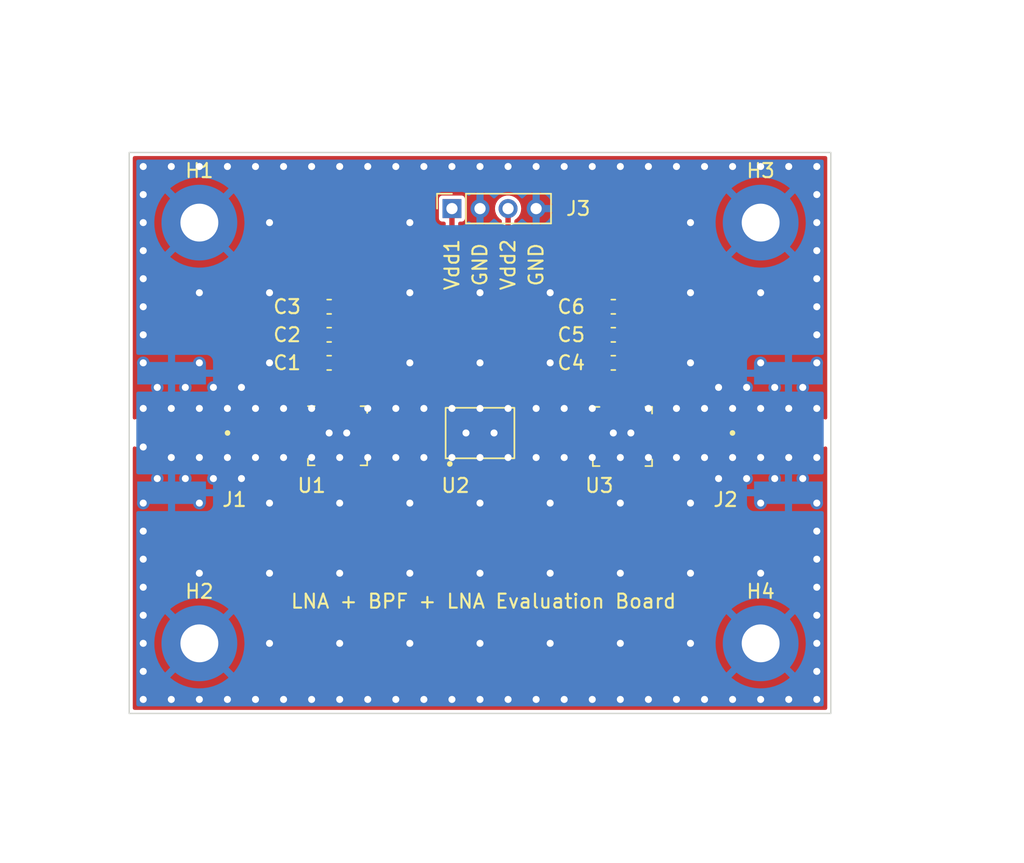
<source format=kicad_pcb>
(kicad_pcb (version 20211014) (generator pcbnew)
  (layers (0 "F.Cu" signal) (31 "B.Cu" signal) (34 "B.Paste" user) (35 "F.Paste" user) (36 "B.SilkS" user "B.Silkscreen") (37 "F.SilkS" user "F.Silkscreen") (38 "B.Mask" user) (39 "F.Mask" user) (44 "Edge.Cuts" user))
  (net 0 "")
  (net 1 "VDD")
  (net 2 "GND")
  (net 3 "/RF_In")
  (net 4 "/RF_Out")
  (net 16 "Net-(U1-Pad16)")
  (net 23 "Net-(U2-Pad2)")
  (footprint "GGS_Connectors:LINX_CONSMA020.062-G" (layer "F.Cu") (at 119.5675 95 -90)
    (fp_text reference "J1" (at 4.75 -6.9325 180) (layer "F.SilkS") (effects (font (thickness 0.1524))))
    (fp_text value "SMA")
    (fp_circle (center 0 -6.44) (end 0.1 -6.44) (layer "F.SilkS") (width 0.2) (fill none))
    (pad "1" smd rect (at 0 -2.8 270) (size 1.5 5.6) (layers "F.Cu" "F.Paste" "F.Mask") (net 3 "/RF_In"))
    (pad "S1" smd rect (at -4.26 -2.45 270) (size 1.6 4.9) (layers "F.Cu" "F.Paste" "F.Mask") (net 2 "GND"))
    (pad "S2" smd rect (at 4.26 -2.45 270) (size 1.6 4.9) (layers "F.Cu" "F.Paste" "F.Mask") (net 2 "GND"))
    (pad "S3" smd rect (at -4.26 -2.45 270) (size 1.6 4.9) (layers "B.Cu" "B.Paste" "B.Mask") (net 2 "GND"))
    (pad "S4" smd rect (at 4.26 -2.45 270) (size 1.6 4.9) (layers "B.Cu" "B.Paste" "B.Mask") (net 2 "GND"))
  )
  (footprint "Capacitor_SMD:C_0603_1608Metric" (layer "F.Cu") (at 133.25 90 180)
    (fp_text reference "C1" (at 3 0) (layer "F.SilkS"))
    (fp_text value "100 pF")
    (fp_line (start -0.14058 0.51) (end 0.14058 0.51) (layer "F.SilkS") (width 0.12))
    (fp_line (start -0.14058 -0.51) (end 0.14058 -0.51) (layer "F.SilkS") (width 0.12))
    (pad "1" smd roundrect (at -0.775 0 180) (size 0.9 0.95) (layers "F.Cu" "F.Paste" "F.Mask") (net 1 "VDD"))
    (pad "2" smd roundrect (at 0.775 0 180) (size 0.9 0.95) (layers "F.Cu" "F.Paste" "F.Mask") (net 2 "GND"))
  )
  (footprint "MountingHole:MountingHole_2.7mm_M2.5_Pad" (layer "F.Cu") (at 164 80)
    (fp_text reference "H3" (at 0 -3.7) (layer "F.SilkS"))
    (fp_text value "M2.5")
    (pad "1" thru_hole circle (at 0 0) (size 5.4 5.4) (drill 2.7) (layers *.Cu *.Mask) (net 2 "GND"))
  )
  (footprint "MountingHole:MountingHole_2.7mm_M2.5_Pad" (layer "F.Cu") (at 124 110)
    (fp_text reference "H2" (at 0 -3.7) (layer "F.SilkS"))
    (fp_text value "M2.5")
    (pad "1" thru_hole circle (at 0 0) (size 5.4 5.4) (drill 2.7) (layers *.Cu *.Mask) (net 2 "GND"))
  )
  (footprint "MountingHole:MountingHole_2.7mm_M2.5_Pad" (layer "F.Cu") (at 124 80)
    (fp_text reference "H1" (at 0 -3.7) (layer "F.SilkS"))
    (fp_text value "M2.5")
    (pad "1" thru_hole circle (at 0 0) (size 5.4 5.4) (drill 2.7) (layers *.Cu *.Mask) (net 2 "GND"))
  )
  (footprint "GGS_Connectors:LINX_CONSMA020.062-G" (layer "F.Cu") (at 168.4325 95 90)
    (fp_text reference "J2" (at -4.75 -6.9325 180) (layer "F.SilkS") (effects (font (thickness 0.1524))))
    (fp_text value "SMA")
    (fp_circle (center 0 -6.44) (end 0.1 -6.44) (layer "F.SilkS") (width 0.2) (fill none))
    (pad "1" smd rect (at 0 -2.8 90) (size 1.5 5.6) (layers "F.Cu" "F.Paste" "F.Mask") (net 4 "/RF_Out"))
    (pad "S1" smd rect (at -4.26 -2.45 90) (size 1.6 4.9) (layers "F.Cu" "F.Paste" "F.Mask") (net 2 "GND"))
    (pad "S2" smd rect (at 4.26 -2.45 90) (size 1.6 4.9) (layers "F.Cu" "F.Paste" "F.Mask") (net 2 "GND"))
    (pad "S3" smd rect (at -4.26 -2.45 90) (size 1.6 4.9) (layers "B.Cu" "B.Paste" "B.Mask") (net 2 "GND"))
    (pad "S4" smd rect (at 4.26 -2.45 90) (size 1.6 4.9) (layers "B.Cu" "B.Paste" "B.Mask") (net 2 "GND"))
  )
  (footprint "Connector_PinSocket_2.00mm:PinSocket_1x04_P2.00mm_Vertical" (layer "F.Cu") (at 142 79 90)
    (fp_text reference "J3" (at 0 9 180) (layer "F.SilkS"))
    (fp_text value "Conn_01x04")
    (fp_line (start -1.06 1) (end -1.06 7.06) (layer "F.SilkS") (width 0.12))
    (fp_line (start 0 -1.06) (end 1.06 -1.06) (layer "F.SilkS") (width 0.12))
    (fp_line (start 1.06 1) (end 1.06 7.06) (layer "F.SilkS") (width 0.12))
    (fp_line (start 1.06 -1.06) (end 1.06 0) (layer "F.SilkS") (width 0.12))
    (fp_line (start -1.06 1) (end 1.06 1) (layer "F.SilkS") (width 0.12))
    (fp_line (start -1.06 7.06) (end 1.06 7.06) (layer "F.SilkS") (width 0.12))
    (pad "1" thru_hole rect (at 0 0 90) (size 1.35 1.35) (drill 0.8) (layers *.Cu *.Mask) (net 1 "VDD"))
    (pad "2" thru_hole oval (at 0 2 90) (size 1.35 1.35) (drill 0.8) (layers *.Cu *.Mask) (net 2 "GND"))
    (pad "3" thru_hole oval (at 0 4 90) (size 1.35 1.35) (drill 0.8) (layers *.Cu *.Mask) (net 1 "VDD"))
    (pad "4" thru_hole oval (at 0 6 90) (size 1.35 1.35) (drill 0.8) (layers *.Cu *.Mask) (net 2 "GND"))
  )
  (footprint "Capacitor_SMD:C_0603_1608Metric" (layer "F.Cu") (at 153.5 90 180)
    (fp_text reference "C4" (at 3 0) (layer "F.SilkS"))
    (fp_text value "100 pF")
    (fp_line (start -0.14058 0.51) (end 0.14058 0.51) (layer "F.SilkS") (width 0.12))
    (fp_line (start -0.14058 -0.51) (end 0.14058 -0.51) (layer "F.SilkS") (width 0.12))
    (pad "1" smd roundrect (at -0.775 0 180) (size 0.9 0.95) (layers "F.Cu" "F.Paste" "F.Mask") (net 1 "VDD"))
    (pad "2" smd roundrect (at 0.775 0 180) (size 0.9 0.95) (layers "F.Cu" "F.Paste" "F.Mask") (net 2 "GND"))
  )
  (footprint "Capacitor_SMD:C_0603_1608Metric" (layer "F.Cu") (at 153.5 86 180)
    (fp_text reference "C6" (at 3 0) (layer "F.SilkS"))
    (fp_text value "2.2 uF")
    (fp_line (start -0.14058 -0.51) (end 0.14058 -0.51) (layer "F.SilkS") (width 0.12))
    (fp_line (start -0.14058 0.51) (end 0.14058 0.51) (layer "F.SilkS") (width 0.12))
    (pad "1" smd roundrect (at -0.775 0 180) (size 0.9 0.95) (layers "F.Cu" "F.Paste" "F.Mask") (net 1 "VDD"))
    (pad "2" smd roundrect (at 0.775 0 180) (size 0.9 0.95) (layers "F.Cu" "F.Paste" "F.Mask") (net 2 "GND"))
  )
  (footprint "MountingHole:MountingHole_2.7mm_M2.5_Pad" (layer "F.Cu") (at 164 110)
    (fp_text reference "H4" (at 0 -3.7) (layer "F.SilkS"))
    (fp_text value "M2.5")
    (pad "1" thru_hole circle (at 0 0) (size 5.4 5.4) (drill 2.7) (layers *.Cu *.Mask) (net 2 "GND"))
  )
  (footprint "Capacitor_SMD:C_0603_1608Metric" (layer "F.Cu") (at 133.25 86 180)
    (fp_text reference "C3" (at 3 -0.000007) (layer "F.SilkS") (effects (font (thickness 0.1524))))
    (fp_text value "2.2 uF")
    (fp_line (start -0.14058 -0.51) (end 0.14058 -0.51) (layer "F.SilkS") (width 0.12))
    (fp_line (start -0.14058 0.51) (end 0.14058 0.51) (layer "F.SilkS") (width 0.12))
    (pad "1" smd roundrect (at -0.775 0 180) (size 0.9 0.95) (layers "F.Cu" "F.Paste" "F.Mask") (net 1 "VDD"))
    (pad "2" smd roundrect (at 0.775 0 180) (size 0.9 0.95) (layers "F.Cu" "F.Paste" "F.Mask") (net 2 "GND"))
  )
  (footprint "Capacitor_SMD:C_0603_1608Metric" (layer "F.Cu") (at 153.5 88 180)
    (fp_text reference "C5" (at 3 0) (layer "F.SilkS"))
    (fp_text value "1 nF")
    (fp_line (start -0.14058 0.51) (end 0.14058 0.51) (layer "F.SilkS") (width 0.12))
    (fp_line (start -0.14058 -0.51) (end 0.14058 -0.51) (layer "F.SilkS") (width 0.12))
    (pad "1" smd roundrect (at -0.775 0 180) (size 0.9 0.95) (layers "F.Cu" "F.Paste" "F.Mask") (net 1 "VDD"))
    (pad "2" smd roundrect (at 0.775 0 180) (size 0.9 0.95) (layers "F.Cu" "F.Paste" "F.Mask") (net 2 "GND"))
  )
  (footprint "Package_DFN_QFN:QFN-24-1EP_4x4mm_P0.5mm_EP2.6x2.6mm" (layer "F.Cu") (at 154.151238 95.249999)
    (fp_text reference "U3" (at -1.651238 3.500001) (layer "F.SilkS") (effects (font (thickness 0.1524))))
    (fp_text value "HMC342")
    (fp_line (start 2.11 -2.11) (end 2.11 -1.635) (layer "F.SilkS") (width 0.12))
    (fp_line (start -1.635 2.11) (end -2.11 2.11) (layer "F.SilkS") (width 0.12))
    (fp_line (start 2.11 2.11) (end 2.11 1.635) (layer "F.SilkS") (width 0.12))
    (fp_line (start -2.11 2.11) (end -2.11 1.635) (layer "F.SilkS") (width 0.12))
    (fp_line (start 1.635 -2.11) (end 2.11 -2.11) (layer "F.SilkS") (width 0.12))
    (fp_line (start -1.635 -2.11) (end -2.11 -2.11) (layer "F.SilkS") (width 0.12))
    (fp_line (start 1.635 2.11) (end 2.11 2.11) (layer "F.SilkS") (width 0.12))
    (pad "1" smd roundrect (at -1.9375 -1.25) (size 0.825 0.25) (layers "F.Cu" "F.Paste" "F.Mask"))
    (pad "2" smd roundrect (at -1.9375 -0.75) (size 0.825 0.25) (layers "F.Cu" "F.Paste" "F.Mask") (net 2 "GND"))
    (pad "3" smd roundrect (at -1.9375 -0.25) (size 0.825 0.25) (layers "F.Cu" "F.Paste" "F.Mask") (net 23 "Net-(U2-Pad2)"))
    (pad "4" smd roundrect (at -1.9375 0.25) (size 0.825 0.25) (layers "F.Cu" "F.Paste" "F.Mask") (net 2 "GND"))
    (pad "5" smd roundrect (at -1.9375 0.75) (size 0.825 0.25) (layers "F.Cu" "F.Paste" "F.Mask"))
    (pad "6" smd roundrect (at -1.9375 1.25) (size 0.825 0.25) (layers "F.Cu" "F.Paste" "F.Mask"))
    (pad "7" smd roundrect (at -1.25 1.9375) (size 0.25 0.825) (layers "F.Cu" "F.Paste" "F.Mask"))
    (pad "8" smd roundrect (at -0.75 1.9375) (size 0.25 0.825) (layers "F.Cu" "F.Paste" "F.Mask"))
    (pad "9" smd roundrect (at -0.25 1.9375) (size 0.25 0.825) (layers "F.Cu" "F.Paste" "F.Mask"))
    (pad "10" smd roundrect (at 0.25 1.9375) (size 0.25 0.825) (layers "F.Cu" "F.Paste" "F.Mask"))
    (pad "11" smd roundrect (at 0.75 1.9375) (size 0.25 0.825) (layers "F.Cu" "F.Paste" "F.Mask"))
    (pad "12" smd roundrect (at 1.25 1.9375) (size 0.25 0.825) (layers "F.Cu" "F.Paste" "F.Mask"))
    (pad "13" smd roundrect (at 1.9375 1.25) (size 0.825 0.25) (layers "F.Cu" "F.Paste" "F.Mask"))
    (pad "14" smd roundrect (at 1.9375 0.75) (size 0.825 0.25) (layers "F.Cu" "F.Paste" "F.Mask"))
    (pad "15" smd roundrect (at 1.9375 0.25) (size 0.825 0.25) (layers "F.Cu" "F.Paste" "F.Mask") (net 2 "GND"))
    (pad "16" smd roundrect (at 1.9375 -0.25) (size 0.825 0.25) (layers "F.Cu" "F.Paste" "F.Mask") (net 4 "/RF_Out"))
    (pad "17" smd roundrect (at 1.9375 -0.75) (size 0.825 0.25) (layers "F.Cu" "F.Paste" "F.Mask") (net 2 "GND"))
    (pad "18" smd roundrect (at 1.9375 -1.25) (size 0.825 0.25) (layers "F.Cu" "F.Paste" "F.Mask"))
    (pad "19" smd roundrect (at 1.25 -1.9375) (size 0.25 0.825) (layers "F.Cu" "F.Paste" "F.Mask"))
    (pad "20" smd roundrect (at 0.75 -1.9375) (size 0.25 0.825) (layers "F.Cu" "F.Paste" "F.Mask"))
    (pad "21" smd roundrect (at 0.25 -1.9375) (size 0.25 0.825) (layers "F.Cu" "F.Paste" "F.Mask") (net 1 "VDD"))
    (pad "22" smd roundrect (at -0.25 -1.9375) (size 0.25 0.825) (layers "F.Cu" "F.Paste" "F.Mask"))
    (pad "23" smd roundrect (at -0.75 -1.9375) (size 0.25 0.825) (layers "F.Cu" "F.Paste" "F.Mask"))
    (pad "24" smd roundrect (at -1.25 -1.9375) (size 0.25 0.825) (layers "F.Cu" "F.Paste" "F.Mask"))
    (pad "25" smd rect (at 0 0) (size 2.6 2.6) (layers "F.Cu" "F.Mask") (net 2 "GND"))
  )
  (footprint "Capacitor_SMD:C_0603_1608Metric" (layer "F.Cu") (at 133.25 88 180)
    (fp_text reference "C2" (at 3 0) (layer "F.SilkS"))
    (fp_text value "1 nF")
    (fp_line (start -0.14058 0.51) (end 0.14058 0.51) (layer "F.SilkS") (width 0.12))
    (fp_line (start -0.14058 -0.51) (end 0.14058 -0.51) (layer "F.SilkS") (width 0.12))
    (pad "1" smd roundrect (at -0.775 0 180) (size 0.9 0.95) (layers "F.Cu" "F.Paste" "F.Mask") (net 1 "VDD"))
    (pad "2" smd roundrect (at 0.775 0 180) (size 0.9 0.95) (layers "F.Cu" "F.Paste" "F.Mask") (net 2 "GND"))
  )
  (footprint "Package_DFN_QFN:QFN-24-1EP_4x4mm_P0.5mm_EP2.6x2.6mm" (layer "F.Cu") (at 133.848751 95.199999)
    (fp_text reference "U1" (at -1.848751 3.550001) (layer "F.SilkS") (effects (font (thickness 0.1524))))
    (fp_text value "HMC342")
    (fp_line (start -1.635 2.11) (end -2.11 2.11) (layer "F.SilkS") (width 0.12))
    (fp_line (start -1.635 -2.11) (end -2.11 -2.11) (layer "F.SilkS") (width 0.12))
    (fp_line (start 1.635 -2.11) (end 2.11 -2.11) (layer "F.SilkS") (width 0.12))
    (fp_line (start 2.11 2.11) (end 2.11 1.635) (layer "F.SilkS") (width 0.12))
    (fp_line (start -2.11 2.11) (end -2.11 1.635) (layer "F.SilkS") (width 0.12))
    (fp_line (start 1.635 2.11) (end 2.11 2.11) (layer "F.SilkS") (width 0.12))
    (fp_line (start 2.11 -2.11) (end 2.11 -1.635) (layer "F.SilkS") (width 0.12))
    (pad "1" smd roundrect (at -1.9375 -1.25) (size 0.825 0.25) (layers "F.Cu" "F.Paste" "F.Mask"))
    (pad "2" smd roundrect (at -1.9375 -0.75) (size 0.825 0.25) (layers "F.Cu" "F.Paste" "F.Mask") (net 2 "GND"))
    (pad "3" smd roundrect (at -1.9375 -0.25) (size 0.825 0.25) (layers "F.Cu" "F.Paste" "F.Mask") (net 3 "/RF_In"))
    (pad "4" smd roundrect (at -1.9375 0.25) (size 0.825 0.25) (layers "F.Cu" "F.Paste" "F.Mask") (net 2 "GND"))
    (pad "5" smd roundrect (at -1.9375 0.75) (size 0.825 0.25) (layers "F.Cu" "F.Paste" "F.Mask"))
    (pad "6" smd roundrect (at -1.9375 1.25) (size 0.825 0.25) (layers "F.Cu" "F.Paste" "F.Mask"))
    (pad "7" smd roundrect (at -1.25 1.9375) (size 0.25 0.825) (layers "F.Cu" "F.Paste" "F.Mask"))
    (pad "8" smd roundrect (at -0.75 1.9375) (size 0.25 0.825) (layers "F.Cu" "F.Paste" "F.Mask"))
    (pad "9" smd roundrect (at -0.25 1.9375) (size 0.25 0.825) (layers "F.Cu" "F.Paste" "F.Mask"))
    (pad "10" smd roundrect (at 0.25 1.9375) (size 0.25 0.825) (layers "F.Cu" "F.Paste" "F.Mask"))
    (pad "11" smd roundrect (at 0.75 1.9375) (size 0.25 0.825) (layers "F.Cu" "F.Paste" "F.Mask"))
    (pad "12" smd roundrect (at 1.25 1.9375) (size 0.25 0.825) (layers "F.Cu" "F.Paste" "F.Mask"))
    (pad "13" smd roundrect (at 1.9375 1.25) (size 0.825 0.25) (layers "F.Cu" "F.Paste" "F.Mask"))
    (pad "14" smd roundrect (at 1.9375 0.75) (size 0.825 0.25) (layers "F.Cu" "F.Paste" "F.Mask"))
    (pad "15" smd roundrect (at 1.9375 0.25) (size 0.825 0.25) (layers "F.Cu" "F.Paste" "F.Mask") (net 2 "GND"))
    (pad "16" smd roundrect (at 1.9375 -0.25) (size 0.825 0.25) (layers "F.Cu" "F.Paste" "F.Mask") (net 16 "Net-(U1-Pad16)"))
    (pad "17" smd roundrect (at 1.9375 -0.75) (size 0.825 0.25) (layers "F.Cu" "F.Paste" "F.Mask") (net 2 "GND"))
    (pad "18" smd roundrect (at 1.9375 -1.25) (size 0.825 0.25) (layers "F.Cu" "F.Paste" "F.Mask"))
    (pad "19" smd roundrect (at 1.25 -1.9375) (size 0.25 0.825) (layers "F.Cu" "F.Paste" "F.Mask"))
    (pad "20" smd roundrect (at 0.75 -1.9375) (size 0.25 0.825) (layers "F.Cu" "F.Paste" "F.Mask"))
    (pad "21" smd roundrect (at 0.25 -1.9375) (size 0.25 0.825) (layers "F.Cu" "F.Paste" "F.Mask") (net 1 "VDD"))
    (pad "22" smd roundrect (at -0.25 -1.9375) (size 0.25 0.825) (layers "F.Cu" "F.Paste" "F.Mask"))
    (pad "23" smd roundrect (at -0.75 -1.9375) (size 0.25 0.825) (layers "F.Cu" "F.Paste" "F.Mask"))
    (pad "24" smd roundrect (at -1.25 -1.9375) (size 0.25 0.825) (layers "F.Cu" "F.Paste" "F.Mask"))
    (pad "25" smd rect (at 0 0) (size 2.6 2.6) (layers "F.Cu" "F.Mask") (net 2 "GND"))
  )
  (footprint "GGS_RF:NM1812C-2" (layer "F.Cu") (at 141.75 98.605001)
    (fp_text reference "U2" (at 0.5 0.144999 unlocked) (layer "F.SilkS") (effects (font (thickness 0.1524))))
    (fp_text value "BFHK-2582+")
    (fp_poly (pts (xy 4.5 -3.9) (xy 3.89 -3.9) (xy 3.89 -3.3) (xy 4.5 -3.3) (xy 4.5 -2) (xy 0 -2) (xy 0 -3.3) (xy 0.61 -3.3) (xy 0.61 -3.9) (xy 0 -3.9) (xy 0 -5.2) (xy 4.5 -5.2)) (layer "F.Cu") (width 0.12) (fill solid))
    (fp_rect (start -0.2 -1.8) (end 4.7 -5.4) (layer "F.SilkS") (width 0.12) (fill none))
    (fp_circle (center 0.1 -1.4) (end 0.241421 -1.4) (layer "F.SilkS") (width 0.12) (fill solid))
    (pad "1" smd rect (at 0.1 -3.6) (size 0.35 0.18) (layers "F.Cu" "F.Paste" "F.Mask") (net 16 "Net-(U1-Pad16)"))
    (pad "2" smd rect (at 4.4 -3.6) (size 0.35 0.18) (layers "F.Cu" "F.Paste" "F.Mask") (net 23 "Net-(U2-Pad2)"))
    (pad "3" smd roundrect (at 2.2 -3.6) (size 0.35 0.18) (layers "F.Cu" "F.Paste" "F.Mask") (net 2 "GND"))
  )
  (gr_rect (start 119 115) (end 169 75) (layer "Edge.Cuts") (width 0.1) (fill none))
  (gr_text "GND" (at 144.000001 82.999988 90) (layer "F.SilkS") (effects (font (size 1 1))))
  (gr_text "GND" (at 147.999993 82.999988 90) (layer "F.SilkS") (effects (font (size 1 1))))
  (gr_text "LNA + BPF + LNA Evaluation Board" (at 144.25 107) (layer "F.SilkS") (effects (font (size 1 1))))
  (gr_text "Vdd2" (at 145.999997 82.999988 90) (layer "F.SilkS") (effects (font (size 1 1))))
  (gr_text "Vdd1" (at 142 83 90) (layer "F.SilkS") (effects (font (size 1 1))))
  (segment (start 146 82) (end 146 79) (width 0.381) (layer "F.Cu") (net 1))
  (segment (start 141 83) (end 136 83) (width 0.381) (layer "F.Cu") (net 1))
  (segment (start 142 82) (end 141 83) (width 0.381) (layer "F.Cu") (net 1))
  (segment (start 134.098751 84.901249) (end 134.098751 93.262499) (width 0.381) (layer "F.Cu") (net 1))
  (segment (start 154.401238 84.401238) (end 153 83) (width 0.381) (layer "F.Cu") (net 1))
  (segment (start 154.401238 93.312499) (end 154.401238 84.401238) (width 0.381) (layer "F.Cu") (net 1))
  (segment (start 153 83) (end 147 83) (width 0.381) (layer "F.Cu") (net 1))
  (segment (start 147 83) (end 146 82) (width 0.381) (layer "F.Cu") (net 1))
  (segment (start 136 83) (end 134.098751 84.901249) (width 0.381) (layer "F.Cu") (net 1))
  (segment (start 142 79) (end 142 82) (width 0.381) (layer "F.Cu") (net 1))
  (segment (start 143.944999 95) (end 143.95 95.005001) (width 0.381) (layer "F.Cu") (net 2))
  (segment (start 143 95) (end 143.944999 95) (width 0.381) (layer "F.Cu") (net 2))
  (via (at 144 96.75) (size 0.9) (drill 0.5) (layers "F.Cu" "B.Cu") (net 2))
  (via (at 168 110) (size 0.9) (drill 0.5) (layers "F.Cu" "B.Cu") (net 2))
  (via (at 129 105) (size 0.9) (drill 0.5) (layers "F.Cu" "B.Cu") (net 2))
  (via (at 144 110) (size 0.9) (drill 0.5) (layers "F.Cu" "B.Cu") (net 2))
  (via (at 166 114) (size 0.9) (drill 0.5) (layers "F.Cu" "B.Cu") (net 2))
  (via (at 136 93.25) (size 0.9) (drill 0.5) (layers "F.Cu" "B.Cu") (net 2))
  (via (at 166 96.75) (size 0.9) (drill 0.5) (layers "F.Cu" "B.Cu") (net 2))
  (via (at 134 100) (size 0.9) (drill 0.5) (layers "F.Cu" "B.Cu") (net 2))
  (via (at 164 105) (size 0.9) (drill 0.5) (layers "F.Cu" "B.Cu") (net 2))
  (via (at 159 85) (size 0.9) (drill 0.5) (layers "F.Cu" "B.Cu") (net 2))
  (via (at 144 90) (size 0.9) (drill 0.5) (layers "F.Cu" "B.Cu") (net 2))
  (via (at 162 93.25) (size 0.9) (drill 0.5) (layers "F.Cu" "B.Cu") (net 2))
  (via (at 126 93.25) (size 0.9) (drill 0.5) (layers "F.Cu" "B.Cu") (net 2))
  (via (at 166 93.25) (size 0.9) (drill 0.5) (layers "F.Cu" "B.Cu") (net 2))
  (via (at 130 96.75) (size 0.9) (drill 0.5) (layers "F.Cu" "B.Cu") (net 2))
  (via (at 144 100) (size 0.9) (drill 0.5) (layers "F.Cu" "B.Cu") (net 2))
  (via (at 120 104) (size 0.9) (drill 0.5) (layers "F.Cu" "B.Cu") (net 2))
  (via (at 152 114) (size 0.9) (drill 0.5) (layers "F.Cu" "B.Cu") (net 2))
  (via (at 139 100) (size 0.9) (drill 0.5) (layers "F.Cu" "B.Cu") (net 2))
  (via (at 132 96.75) (size 0.9) (drill 0.5) (layers "F.Cu" "B.Cu") (net 2))
  (via (at 156 93.25) (size 0.9) (drill 0.5) (layers "F.Cu" "B.Cu") (net 2))
  (via (at 154 114) (size 0.9) (drill 0.5) (layers "F.Cu" "B.Cu") (net 2))
  (via (at 150 114) (size 0.9) (drill 0.5) (layers "F.Cu" "B.Cu") (net 2))
  (via (at 144 76) (size 0.9) (drill 0.5) (layers "F.Cu" "B.Cu") (net 2))
  (via (at 168 78) (size 0.9) (drill 0.5) (layers "F.Cu" "B.Cu") (net 2))
  (via (at 136 96.75) (size 0.9) (drill 0.5) (layers "F.Cu" "B.Cu") (net 2))
  (via (at 160 96.75) (size 0.9) (drill 0.5) (layers "F.Cu" "B.Cu") (net 2))
  (via (at 142 93.25) (size 0.9) (drill 0.5) (layers "F.Cu" "B.Cu") (net 2))
  (via (at 120 86) (size 0.9) (drill 0.5) (layers "F.Cu" "B.Cu") (net 2))
  (via (at 125 98.25) (size 0.9) (drill 0.5) (layers "F.Cu" "B.Cu") (net 2))
  (via (at 134 110) (size 0.9) (drill 0.5) (layers "F.Cu" "B.Cu") (net 2))
  (via (at 124 90) (size 0.9) (drill 0.5) (layers "F.Cu" "B.Cu") (net 2))
  (via (at 134 76) (size 0.9) (drill 0.5) (layers "F.Cu" "B.Cu") (net 2))
  (via (at 167 91.75) (size 0.9) (drill 0.5) (layers "F.Cu" "B.Cu") (net 2))
  (via (at 162 76) (size 0.9) (drill 0.5) (layers "F.Cu" "B.Cu") (net 2))
  (via (at 138 96.75) (size 0.9) (drill 0.5) (layers "F.Cu" "B.Cu") (net 2))
  (via (at 139 110) (size 0.9) (drill 0.5) (layers "F.Cu" "B.Cu") (net 2))
  (via (at 140 114) (size 0.9) (drill 0.5) (layers "F.Cu" "B.Cu") (net 2))
  (via (at 168 84) (size 0.9) (drill 0.5) (layers "F.Cu" "B.Cu") (net 2))
  (via (at 154.75 95) (size 0.9) (drill 0.5) (layers "F.Cu" "B.Cu") (net 2))
  (via (at 129 90) (size 0.9) (drill 0.5) (layers "F.Cu" "B.Cu") (net 2))
  (via (at 144 114) (size 0.9) (drill 0.5) (layers "F.Cu" "B.Cu") (net 2))
  (via (at 120 93.25) (size 0.9) (drill 0.5) (layers "F.Cu" "B.Cu") (net 2))
  (via (at 121 91.75) (size 0.9) (drill 0.5) (layers "F.Cu" "B.Cu") (net 2))
  (via (at 168 102) (size 0.9) (drill 0.5) (layers "F.Cu" "B.Cu") (net 2))
  (via (at 168 106) (size 0.9) (drill 0.5) (layers "F.Cu" "B.Cu") (net 2))
  (via (at 148 114) (size 0.9) (drill 0.5) (layers "F.Cu" "B.Cu") (net 2))
  (via (at 165 91.75) (size 0.9) (drill 0.5) (layers "F.Cu" "B.Cu") (net 2))
  (via (at 120 110) (size 0.9) (drill 0.5) (layers "F.Cu" "B.Cu") (net 2))
  (via (at 168 90) (size 0.9) (drill 0.5) (layers "F.Cu" "B.Cu") (net 2))
  (via (at 166 76) (size 0.9) (drill 0.5) (layers "F.Cu" "B.Cu") (net 2))
  (via (at 126 114) (size 0.9) (drill 0.5) (layers "F.Cu" "B.Cu") (net 2))
  (via (at 124 85) (size 0.9) (drill 0.5) (layers "F.Cu" "B.Cu") (net 2))
  (via (at 168 80) (size 0.9) (drill 0.5) (layers "F.Cu" "B.Cu") (net 2))
  (via (at 163 98.25) (size 0.9) (drill 0.5) (layers "F.Cu" "B.Cu") (net 2))
  (via (at 156 76) (size 0.9) (drill 0.5) (layers "F.Cu" "B.Cu") (net 2))
  (via (at 134 96.75) (size 0.9) (drill 0.5) (layers "F.Cu" "B.Cu") (net 2))
  (via (at 122 114) (size 0.9) (drill 0.5) (layers "F.Cu" "B.Cu") (net 2))
  (via (at 146 93.25) (size 0.9) (drill 0.5) (layers "F.Cu" "B.Cu") (net 2))
  (via (at 160 114) (size 0.9) (drill 0.5) (layers "F.Cu" "B.Cu") (net 2))
  (via (at 160 76) (size 0.9) (drill 0.5) (layers "F.Cu" "B.Cu") (net 2))
  (via (at 145 95) (size 0.9) (drill 0.5) (layers "F.Cu" "B.Cu") (net 2))
  (via (at 134 105) (size 0.9) (drill 0.5) (layers "F.Cu" "B.Cu") (net 2))
  (via (at 143 95) (size 0.9) (drill 0.5) (layers "F.Cu" "B.Cu") (net 2))
  (via (at 164 85) (size 0.9) (drill 0.5) (layers "F.Cu" "B.Cu") (net 2))
  (via (at 138 76) (size 0.9) (drill 0.5) (layers "F.Cu" "B.Cu") (net 2))
  (via (at 140 76) (size 0.9) (drill 0.5) (layers "F.Cu" "B.Cu") (net 2))
  (via (at 142 114) (size 0.9) (drill 0.5) (layers "F.Cu" "B.Cu") (net 2))
  (via (at 168 96.75) (size 0.9) (drill 0.5) (layers "F.Cu" "B.Cu") (net 2))
  (via (at 128 76) (size 0.9) (drill 0.5) (layers "F.Cu" "B.Cu") (net 2))
  (via (at 132 93.25) (size 0.9) (drill 0.5) (layers "F.Cu" "B.Cu") (net 2))
  (via (at 123 98.25) (size 0.9) (drill 0.5) (layers "F.Cu" "B.Cu") (net 2))
  (via (at 129 100) (size 0.9) (drill 0.5) (layers "F.Cu" "B.Cu") (net 2))
  (via (at 158 114) (size 0.9) (drill 0.5) (layers "F.Cu" "B.Cu") (net 2))
  (via (at 152 96.75) (size 0.9) (drill 0.5) (layers "F.Cu" "B.Cu") (net 2))
  (via (at 168 86) (size 0.9) (drill 0.5) (layers "F.Cu" "B.Cu") (net 2))
  (via (at 164 76) (size 0.9) (drill 0.5) (layers "F.Cu" "B.Cu") (net 2))
  (via (at 156 96.75) (size 0.9) (drill 0.5) (layers "F.Cu" "B.Cu") (net 2))
  (via (at 164 100) (size 0.9) (drill 0.5) (layers "F.Cu" "B.Cu") (net 2))
  (via (at 140 93.25) (size 0.9) (drill 0.5) (layers "F.Cu" "B.Cu") (net 2))
  (via (at 168 82) (size 0.9) (drill 0.5) (layers "F.Cu" "B.Cu") (net 2))
  (via (at 168 112) (size 0.9) (drill 0.5) (layers "F.Cu" "B.Cu") (net 2))
  (via (at 144 85) (size 0.9) (drill 0.5) (layers "F.Cu" "B.Cu") (net 2))
  (via (at 127 91.75) (size 0.9) (drill 0.5) (layers "F.Cu" "B.Cu") (net 2))
  (via (at 156 114) (size 0.9) (drill 0.5) (layers "F.Cu" "B.Cu") (net 2))
  (via (at 149 85) (size 0.9) (drill 0.5) (layers "F.Cu" "B.Cu") (net 2))
  (via (at 120 88) (size 0.9) (drill 0.5) (layers "F.Cu" "B.Cu") (net 2))
  (via (at 139 80) (size 0.9) (drill 0.5) (layers "F.Cu" "B.Cu") (net 2))
  (via (at 124 93.25) (size 0.9) (drill 0.5) (layers "F.Cu" "B.Cu") (net 2))
  (via (at 140 96.75) (size 0.9) (drill 0.5) (layers "F.Cu" "B.Cu") (net 2))
  (via (at 159 105) (size 0.9) (drill 0.5) (layers "F.Cu" "B.Cu") (net 2))
  (via (at 120 76) (size 0.9) (drill 0.5) (layers "F.Cu" "B.Cu") (net 2))
  (via (at 120 90) (size 0.9) (drill 0.5) (layers "F.Cu" "B.Cu") (net 2))
  (via (at 129 85) (size 0.9) (drill 0.5) (layers "F.Cu" "B.Cu") (net 2))
  (via (at 120 106) (size 0.9) (drill 0.5) (layers "F.Cu" "B.Cu") (net 2))
  (via (at 146 76) (size 0.9) (drill 0.5) (layers "F.Cu" "B.Cu") (net 2))
  (via (at 160 93.25) (size 0.9) (drill 0.5) (layers "F.Cu" "B.Cu") (net 2))
  (via (at 168 114) (size 0.9) (drill 0.5) (layers "F.Cu" "B.Cu") (net 2))
  (via (at 144 93.25) (size 0.9) (drill 0.5) (layers "F.Cu" "B.Cu") (net 2))
  (via (at 134 114) (size 0.9) (drill 0.5) (layers "F.Cu" "B.Cu") (net 2))
  (via (at 124 100) (size 0.9) (drill 0.5) (layers "F.Cu" "B.Cu") (net 2))
  (via (at 124 96.75) (size 0.9) (drill 0.5) (layers "F.Cu" "B.Cu") (net 2))
  (via (at 139 90) (size 0.9) (drill 0.5) (layers "F.Cu" "B.Cu") (net 2))
  (via (at 167 98.25) (size 0.9) (drill 0.5) (layers "F.Cu" "B.Cu") (net 2))
  (via (at 136 76) (size 0.9) (drill 0.5) (layers "F.Cu" "B.Cu") (net 2))
  (via (at 146 114) (size 0.9) (drill 0.5) (layers "F.Cu" "B.Cu") (net 2))
  (via (at 120 114) (size 0.9) (drill 0.5) (layers "F.Cu" "B.Cu") (net 2))
  (via (at 148 93.25) (size 0.9) (drill 0.5) (layers "F.Cu" "B.Cu") (net 2))
  (via (at 149 100) (size 0.9) (drill 0.5) (layers "F.Cu" "B.Cu") (net 2))
  (via (at 142 76) (size 0.9) (drill 0.5) (layers "F.Cu" "B.Cu") (net 2))
  (via (at 120 78) (size 0.9) (drill 0.5) (layers "F.Cu" "B.Cu") (net 2))
  (via (at 120 84) (size 0.9) (drill 0.5) (layers "F.Cu" "B.Cu") (net 2))
  (via (at 128 114) (size 0.9) (drill 0.5) (layers "F.Cu" "B.Cu") (net 2))
  (via (at 146 96.75) (size 0.9) (drill 0.5) (layers "F.Cu" "B.Cu") (net 2))
  (via (at 129 110) (size 0.9) (drill 0.5) (layers "F.Cu" "B.Cu") (net 2))
  (via (at 162 114) (size 0.9) (drill 0.5) (layers "F.Cu" "B.Cu") (net 2))
  (via (at 125 91.75) (size 0.9) (drill 0.5) (layers "F.Cu" "B.Cu") (net 2))
  (via (at 120 80) (size 0.9) (drill 0.5) (layers "F.Cu" "B.Cu") (net 2))
  (via (at 124 114) (size 0.9) (drill 0.5) (layers "F.Cu" "B.Cu") (net 2))
  (via (at 134.5 95) (size 0.9) (drill 0.5) (layers "F.Cu" "B.Cu") (net 2))
  (via (at 158 96.75) (size 0.9) (drill 0.5) (layers "F.Cu" "B.Cu") (net 2))
  (via (at 138 93.25) (size 0.9) (drill 0.5) (layers "F.Cu" "B.Cu") (net 2))
  (via (at 168 100) (size 0.9) (drill 0.5) (layers "F.Cu" "B.Cu") (net 2))
  (via (at 152 76) (size 0.9) (drill 0.5) (layers "F.Cu" "B.Cu") (net 2))
  (via (at 159 100) (size 0.9) (drill 0.5) (layers "F.Cu" "B.Cu") (net 2))
  (via (at 133.25 95) (size 0.9) (drill 0.5) (layers "F.Cu" "B.Cu") (net 2))
  (via (at 122 93.25) (size 0.9) (drill 0.5) (layers "F.Cu" "B.Cu") (net 2))
  (via (at 168 93.25) (size 0.9) (drill 0.5) (layers "F.Cu" "B.Cu") (net 2))
  (via (at 126 76) (size 0.9) (drill 0.5) (layers "F.Cu" "B.Cu") (net 2))
  (via (at 124 105) (size 0.9) (drill 0.5) (layers "F.Cu" "B.Cu") (net 2))
  (via (at 127 98.25) (size 0.9) (drill 0.5) (layers "F.Cu" "B.Cu") (net 2))
  (via (at 154 110) (size 0.9) (drill 0.5) (layers "F.Cu" "B.Cu") (net 2))
  (via (at 154 76) (size 0.9) (drill 0.5) (layers "F.Cu" "B.Cu") (net 2))
  (via (at 159 90) (size 0.9) (drill 0.5) (layers "F.Cu" "B.Cu") (net 2))
  (via (at 139 85) (size 0.9) (drill 0.5) (layers "F.Cu" "B.Cu") (net 2))
  (via (at 120 108) (size 0.9) (drill 0.5) (layers "F.Cu" "B.Cu") (net 2))
  (via (at 164 90) (size 0.9) (drill 0.5) (layers "F.Cu" "B.Cu") (net 2))
  (via (at 164 93.25) (size 0.9) (drill 0.5) (layers "F.Cu" "B.Cu") (net 2))
  (via (at 121 98.25) (size 0.9) (drill 0.5) (layers "F.Cu" "B.Cu") (net 2))
  (via (at 164 114) (size 0.9) (drill 0.5) (layers "F.Cu" "B.Cu") (net 2))
  (via (at 122 96.75) (size 0.9) (drill 0.5) (layers "F.Cu" "B.Cu") (net 2))
  (via (at 120 100) (size 0.9) (drill 0.5) (layers "F.Cu" "B.Cu") (net 2))
  (via (at 149 105) (size 0.9) (drill 0.5) (layers "F.Cu" "B.Cu") (net 2))
  (via (at 138 114) (size 0.9) (drill 0.5) (layers "F.Cu" "B.Cu") (net 2))
  (via (at 142 96.75) (size 0.9) (drill 0.5) (layers "F.Cu" "B.Cu") (net 2))
  (via (at 164 96.75) (size 0.9) (drill 0.5) (layers "F.Cu" "B.Cu") (net 2))
  (via (at 126 96.75) (size 0.9) (drill 0.5) (layers "F.Cu" "B.Cu") (net 2))
  (via (at 150 76) (size 0.9) (drill 0.5) (layers "F.Cu" "B.Cu") (net 2))
  (via (at 168 76) (size 0.9) (drill 0.5) (layers "F.Cu" "B.Cu") (net 2))
  (via (at 161 91.75) (size 0.9) (drill 0.5) (layers "F.Cu" "B.Cu") (net 2))
  (via (at 136 114) (size 0.9) (drill 0.5) (layers "F.Cu" "B.Cu") (net 2))
  (via (at 144 105) (size 0.9) (drill 0.5) (layers "F.Cu" "B.Cu") (net 2))
  (via (at 154 96.75) (size 0.9) (drill 0.5) (layers "F.Cu" "B.Cu") (net 2))
  (via (at 148 96.75) (size 0.9) (drill 0.5) (layers "F.Cu" "B.Cu") (net 2))
  (via (at 128 93.25) (size 0.9) (drill 0.5) (layers "F.Cu" "B.Cu") (net 2))
  (via (at 154 105) (size 0.9) (drill 0.5) (layers "F.Cu" "B.Cu") (net 2))
  (via (at 132 114) (size 0.9) (drill 0.5) (layers "F.Cu" "B.Cu") (net 2))
  (via (at 130 114) (size 0.9) (drill 0.5) (layers "F.Cu" "B.Cu") (net 2))
  (via (at 120 82) (size 0.9) (drill 0.5) (layers "F.Cu" "B.Cu") (net 2))
  (via (at 128 96.75) (size 0.9) (drill 0.5) (layers "F.Cu" "B.Cu") (net 2))
  (via (at 149 90) (size 0.9) (drill 0.5) (layers "F.Cu" "B.Cu") (net 2))
  (via (at 153.5 95) (size 0.9) (drill 0.5) (layers "F.Cu" "B.Cu") (net 2))
  (via (at 124 76) (size 0.9) (drill 0.5) (layers "F.Cu" "B.Cu") (net 2))
  (via (at 120 112) (size 0.9) (drill 0.5) (layers "F.Cu" "B.Cu") (net 2))
  (via (at 120 96) (size 0.9) (drill 0.5) (layers "F.Cu" "B.Cu") (net 2))
  (via (at 162 96.75) (size 0.9) (drill 0.5) (layers "F.Cu" "B.Cu") (net 2))
  (via (at 168 104) (size 0.9) (drill 0.5) (layers "F.Cu" "B.Cu") (net 2))
  (via (at 130 93.25) (size 0.9) (drill 0.5) (layers "F.Cu" "B.Cu") (net 2))
  (via (at 122 76) (size 0.9) (drill 0.5) (layers "F.Cu" "B.Cu") (net 2))
  (via (at 168 88) (size 0.9) (drill 0.5) (layers "F.Cu" "B.Cu") (net 2))
  (via (at 148 76) (size 0.9) (drill 0.5) (layers "F.Cu" "B.Cu") (net 2))
  (via (at 159 110) (size 0.9) (drill 0.5) (layers "F.Cu" "B.Cu") (net 2))
  (via (at 154 100) (size 0.9) (drill 0.5) (layers "F.Cu" "B.Cu") (net 2))
  (via (at 165 98.25) (size 0.9) (drill 0.5) (layers "F.Cu" "B.Cu") (net 2))
  (via (at 129 80) (size 0.9) (drill 0.5) (layers "F.Cu" "B.Cu") (net 2))
  (via (at 120 102) (size 0.9) (drill 0.5) (layers "F.Cu" "B.Cu") (net 2))
  (via (at 150 96.75) (size 0.9) (drill 0.5) (layers "F.Cu" "B.Cu") (net 2))
  (via (at 123 91.75) (size 0.9) (drill 0.5) (layers "F.Cu" "B.Cu") (net 2))
  (via (at 168 108) (size 0.9) (drill 0.5) (layers "F.Cu" "B.Cu") (net 2))
  (via (at 152 93.25) (size 0.9) (drill 0.5) (layers "F.Cu" "B.Cu") (net 2))
  (via (at 130 76) (size 0.9) (drill 0.5) (layers "F.Cu" "B.Cu") (net 2))
  (via (at 158 76) (size 0.9) (drill 0.5) (layers "F.Cu" "B.Cu") (net 2))
  (via (at 132 76) (size 0.9) (drill 0.5) (layers "F.Cu" "B.Cu") (net 2))
  (via (at 159 80) (size 0.9) (drill 0.5) (layers "F.Cu" "B.Cu") (net 2))
  (via (at 158 93.25) (size 0.9) (drill 0.5) (layers "F.Cu" "B.Cu") (net 2))
  (via (at 149 110) (size 0.9) (drill 0.5) (layers "F.Cu" "B.Cu") (net 2))
  (via (at 163 91.75) (size 0.9) (drill 0.5) (layers "F.Cu" "B.Cu") (net 2))
  (via (at 150 93.25) (size 0.9) (drill 0.5) (layers "F.Cu" "B.Cu") (net 2))
  (via (at 161 98.25) (size 0.9) (drill 0.5) (layers "F.Cu" "B.Cu") (net 2))
  (via (at 139 105) (size 0.9) (drill 0.5) (layers "F.Cu" "B.Cu") (net 2))
  (segment (start 130.99137 94.949999) (end 130.941369 95) (width 0.381) (layer "F.Cu") (net 3))
  (segment (start 131.911251 94.949999) (end 130.99137 94.949999) (width 0.381) (layer "F.Cu") (net 3))
  (segment (start 122.3675 95) (end 130.941369 95) (width 0.84074) (layer "F.Cu") (net 3))
  (segment (start 156.088738 94.999999) (end 157 95) (width 0.381) (layer "F.Cu") (net 4))
  (segment (start 165.6325 95) (end 157 95) (width 0.84074) (layer "F.Cu") (net 4))
  (segment (start 141.85 95.005001) (end 141.505001 95.005001) (width 0.381) (layer "F.Cu") (net 16))
  (segment (start 141.25 95.005001) (end 136.755001 95.005001) (width 0.84074) (layer "F.Cu") (net 16))
  (segment (start 135.786251 94.949999) (end 136.449999 94.949999) (width 0.381) (layer "F.Cu") (net 16))
  (segment (start 146.15 95.005001) (end 146.994993 95.005001) (width 0.381) (layer "F.Cu") (net 23))
  (segment (start 152.213738 94.999999) (end 151.249999 94.999999) (width 0.381) (layer "F.Cu") (net 23))
  (segment (start 146.994993 95.005001) (end 146.999995 94.999999) (width 0.381) (layer "F.Cu") (net 23))
  (segment (start 151.249999 94.999999) (end 146.999995 94.999999) (width 0.84074) (layer "F.Cu") (net 23))
  (zone (net 2) (net_name "GND") (layer "F.Cu") (connect_pads yes (clearance 0.254)) (min_thickness 0.254) (fill yes (thermal_gap 0.508) (thermal_bridge_width 0.508))
    (polygon (pts (xy 169 115) (xy 119 115) (xy 119 75) (xy 169 75)))
  )
  (zone (net 2) (net_name "GND") (layer "B.Cu") (connect_pads (clearance 0.508)) (min_thickness 0.254) (fill yes (thermal_gap 0.508) (thermal_bridge_width 0.508))
    (polygon (pts (xy 169 115) (xy 119 115) (xy 119 75) (xy 169 75)))
  )
)
</source>
